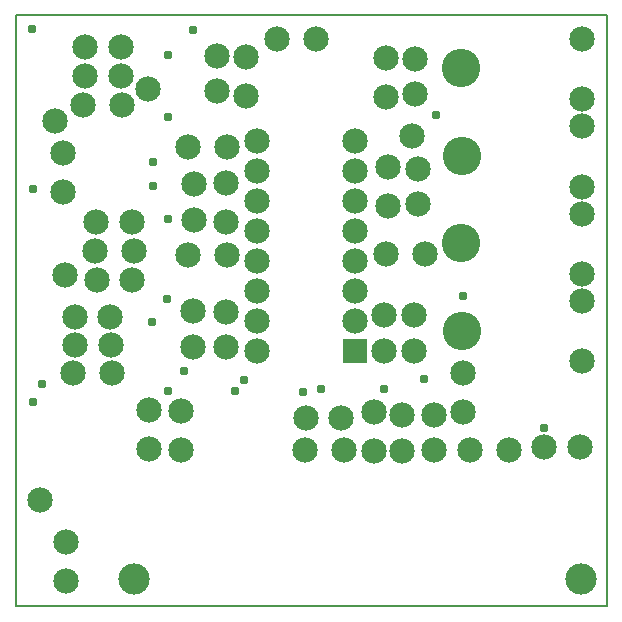
<source format=gts>
%FSLAX25Y25*%
%MOIN*%
G70*
G01*
G75*
G04 Layer_Color=8388736*
%ADD10C,0.01000*%
%ADD11C,0.02000*%
%ADD12C,0.02500*%
%ADD13C,0.00787*%
%ADD14C,0.07874*%
%ADD15R,0.07874X0.07874*%
%ADD16C,0.12205*%
%ADD17C,0.09843*%
%ADD18C,0.02500*%
%ADD19R,0.02362X0.08661*%
%ADD20R,0.08661X0.02362*%
%ADD21O,0.02992X0.09449*%
%ADD22R,0.02992X0.09449*%
%ADD23R,0.08000X0.06500*%
%ADD24R,0.08500X0.07000*%
%ADD25R,0.08100X0.06700*%
%ADD26R,0.08900X0.07700*%
%ADD27R,0.08200X0.07100*%
%ADD28C,0.00300*%
%ADD29C,0.00500*%
%ADD30C,0.08474*%
%ADD31R,0.08474X0.08474*%
%ADD32C,0.12805*%
%ADD33C,0.10443*%
%ADD34C,0.03100*%
D13*
X-196850Y0D02*
Y196850D01*
Y0D02*
X0D01*
Y196850D01*
X-196850D02*
X0D01*
D30*
X-47800Y64549D02*
D03*
Y77552D02*
D03*
X-180600Y110351D02*
D03*
X-188800Y35451D02*
D03*
X-184000Y161550D02*
D03*
X-77400Y64701D02*
D03*
Y51699D02*
D03*
X-152500Y65201D02*
D03*
Y52199D02*
D03*
X-164749Y77650D02*
D03*
X-177752D02*
D03*
X-170652Y118251D02*
D03*
X-157649D02*
D03*
X-73000Y133199D02*
D03*
Y146201D02*
D03*
X-181200Y138149D02*
D03*
Y151152D02*
D03*
X-161599Y166900D02*
D03*
X-174601D02*
D03*
X-139401Y153050D02*
D03*
X-126399D02*
D03*
X-126850Y141052D02*
D03*
Y128049D02*
D03*
X-139601Y116951D02*
D03*
X-126599D02*
D03*
X-60599Y117350D02*
D03*
X-73601D02*
D03*
X-180350Y8449D02*
D03*
Y21452D02*
D03*
X-45501Y51850D02*
D03*
X-32499D02*
D03*
X-141800Y51849D02*
D03*
Y64852D02*
D03*
X-87599Y52100D02*
D03*
X-100601D02*
D03*
X-120100Y170149D02*
D03*
Y183152D02*
D03*
X-96799Y188951D02*
D03*
X-109801D02*
D03*
X-100305Y62800D02*
D03*
X-88494D02*
D03*
X-68100Y51745D02*
D03*
Y63556D02*
D03*
X-57600Y63656D02*
D03*
Y51845D02*
D03*
X-158245Y127951D02*
D03*
X-170056D02*
D03*
X-158145Y108551D02*
D03*
X-169956D02*
D03*
X-63000Y145806D02*
D03*
Y133994D02*
D03*
X-64051Y85145D02*
D03*
Y96956D02*
D03*
X-173705Y186300D02*
D03*
X-161895D02*
D03*
X-161995Y176600D02*
D03*
X-173805D02*
D03*
X-177256Y96351D02*
D03*
X-165445D02*
D03*
X-137550Y128745D02*
D03*
Y140556D02*
D03*
X-74351Y85145D02*
D03*
Y96956D02*
D03*
X-165345Y86950D02*
D03*
X-177156D02*
D03*
X-137800Y98206D02*
D03*
Y86395D02*
D03*
X-126800Y98005D02*
D03*
Y86194D02*
D03*
X-8895Y52900D02*
D03*
X-20706D02*
D03*
X-129850Y183405D02*
D03*
Y171594D02*
D03*
X-83951Y94950D02*
D03*
Y104950D02*
D03*
Y114951D02*
D03*
Y124951D02*
D03*
Y134950D02*
D03*
Y144950D02*
D03*
Y154950D02*
D03*
X-116470Y84951D02*
D03*
Y94950D02*
D03*
Y104950D02*
D03*
Y114951D02*
D03*
Y124951D02*
D03*
Y134950D02*
D03*
Y144950D02*
D03*
Y154950D02*
D03*
X-8021Y81511D02*
D03*
Y101590D02*
D03*
X-8221Y110611D02*
D03*
Y130690D02*
D03*
Y169011D02*
D03*
Y189090D02*
D03*
X-8121Y139811D02*
D03*
Y159890D02*
D03*
X-64900Y156600D02*
D03*
X-152800Y172300D02*
D03*
X-73550Y169699D02*
D03*
Y182701D02*
D03*
X-63750Y170594D02*
D03*
Y182405D02*
D03*
D31*
X-83951Y84951D02*
D03*
D32*
X-48179Y91747D02*
D03*
X-48379Y120847D02*
D03*
Y179247D02*
D03*
X-48279Y150047D02*
D03*
D33*
X-157399Y8850D02*
D03*
X-8502D02*
D03*
D34*
X-74100Y72451D02*
D03*
X-95100D02*
D03*
X-146250Y71500D02*
D03*
X-123851Y71551D02*
D03*
X-191350Y68000D02*
D03*
X-151050Y140000D02*
D03*
Y148000D02*
D03*
X-146351Y163000D02*
D03*
X-56850Y163500D02*
D03*
X-137850Y192000D02*
D03*
X-191451Y192350D02*
D03*
X-191350Y138850D02*
D03*
X-140850Y78250D02*
D03*
X-151550Y94750D02*
D03*
X-146351Y128850D02*
D03*
X-146250Y183651D02*
D03*
X-188100Y74050D02*
D03*
X-20700Y59451D02*
D03*
X-101100Y71351D02*
D03*
X-60950Y75551D02*
D03*
X-121001Y75200D02*
D03*
X-146400Y102300D02*
D03*
X-48000Y103200D02*
D03*
M02*

</source>
